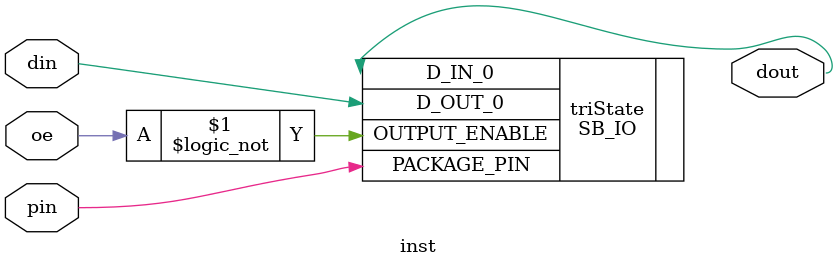
<source format=v>
module inst (
 inout pin,
 input oe,
 input din,
 output dout
);
   SB_IO #(
       .PIN_TYPE(6'b1010_01),
       .PULLUP(1'b0)
   ) triState (
       .PACKAGE_PIN(pin),
       .OUTPUT_ENABLE(!oe),
       .D_OUT_0(din),
       .D_IN_0(dout)
   );
endmodule

</source>
